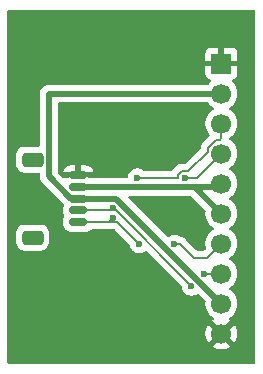
<source format=gtl>
G04 #@! TF.GenerationSoftware,KiCad,Pcbnew,9.0.3*
G04 #@! TF.CreationDate,2025-08-26T18:11:45-07:00*
G04 #@! TF.ProjectId,battery_connector,62617474-6572-4795-9f63-6f6e6e656374,V1*
G04 #@! TF.SameCoordinates,Original*
G04 #@! TF.FileFunction,Copper,L1,Top*
G04 #@! TF.FilePolarity,Positive*
%FSLAX45Y45*%
G04 Gerber Fmt 4.5, Leading zero omitted, Abs format (unit mm)*
G04 Created by KiCad (PCBNEW 9.0.3) date 2025-08-26 18:11:45*
%MOMM*%
%LPD*%
G01*
G04 APERTURE LIST*
G04 Aperture macros list*
%AMRoundRect*
0 Rectangle with rounded corners*
0 $1 Rounding radius*
0 $2 $3 $4 $5 $6 $7 $8 $9 X,Y pos of 4 corners*
0 Add a 4 corners polygon primitive as box body*
4,1,4,$2,$3,$4,$5,$6,$7,$8,$9,$2,$3,0*
0 Add four circle primitives for the rounded corners*
1,1,$1+$1,$2,$3*
1,1,$1+$1,$4,$5*
1,1,$1+$1,$6,$7*
1,1,$1+$1,$8,$9*
0 Add four rect primitives between the rounded corners*
20,1,$1+$1,$2,$3,$4,$5,0*
20,1,$1+$1,$4,$5,$6,$7,0*
20,1,$1+$1,$6,$7,$8,$9,0*
20,1,$1+$1,$8,$9,$2,$3,0*%
G04 Aperture macros list end*
G04 #@! TA.AperFunction,SMDPad,CuDef*
%ADD10RoundRect,0.150000X-0.625000X0.150000X-0.625000X-0.150000X0.625000X-0.150000X0.625000X0.150000X0*%
G04 #@! TD*
G04 #@! TA.AperFunction,SMDPad,CuDef*
%ADD11RoundRect,0.250000X-0.650000X0.350000X-0.650000X-0.350000X0.650000X-0.350000X0.650000X0.350000X0*%
G04 #@! TD*
G04 #@! TA.AperFunction,ComponentPad*
%ADD12R,1.700000X1.700000*%
G04 #@! TD*
G04 #@! TA.AperFunction,ComponentPad*
%ADD13C,1.700000*%
G04 #@! TD*
G04 #@! TA.AperFunction,ViaPad*
%ADD14C,0.600000*%
G04 #@! TD*
G04 #@! TA.AperFunction,Conductor*
%ADD15C,0.200000*%
G04 #@! TD*
G04 #@! TA.AperFunction,Conductor*
%ADD16C,0.500000*%
G04 #@! TD*
G04 APERTURE END LIST*
D10*
X2150000Y-3700000D03*
X2150000Y-3800000D03*
X2150000Y-3900000D03*
X2150000Y-4000000D03*
X2150000Y-4100000D03*
D11*
X1762500Y-3570000D03*
X1762500Y-4230000D03*
D12*
X3361500Y-2757000D03*
D13*
X3361500Y-3011000D03*
X3361500Y-3265000D03*
X3361500Y-3519000D03*
X3361500Y-3773000D03*
X3361500Y-4027000D03*
X3361500Y-4281000D03*
X3361500Y-4535000D03*
X3361500Y-4789000D03*
X3361500Y-5043000D03*
D14*
X2964283Y-4285717D03*
X3050000Y-3725000D03*
X2665790Y-4284210D03*
X2446361Y-4064780D03*
X2445555Y-3979121D03*
X3108217Y-4641783D03*
X3214283Y-4535717D03*
X2650000Y-3725000D03*
X3050000Y-4100000D03*
X2750000Y-3350000D03*
D15*
X3155500Y-3725000D02*
X3361500Y-3519000D01*
X3242500Y-4400000D02*
X3361500Y-4281000D01*
X2481581Y-4100000D02*
X2665790Y-4284210D01*
X2964283Y-4285717D02*
X3014283Y-4285717D01*
X3128566Y-4400000D02*
X3242500Y-4400000D01*
X2411142Y-4100000D02*
X2446361Y-4064780D01*
X2150000Y-4100000D02*
X2411142Y-4100000D01*
X3014283Y-4285717D02*
X3128566Y-4400000D01*
X2150000Y-4100000D02*
X2481581Y-4100000D01*
X3050000Y-3725000D02*
X3155500Y-3725000D01*
X2650000Y-3725000D02*
X2989900Y-3725000D01*
X3360783Y-4535717D02*
X3361500Y-4535000D01*
X2424677Y-4000000D02*
X2445555Y-3979121D01*
X3025106Y-3664900D02*
X3074894Y-3664900D01*
X3346100Y-3403900D02*
X3361500Y-3388500D01*
X3246400Y-3471324D02*
X3313824Y-3403900D01*
X3246400Y-3503600D02*
X3246400Y-3471324D01*
X3079997Y-3670003D02*
X3246400Y-3503600D01*
X3074894Y-3664900D02*
X3079997Y-3670003D01*
X2150000Y-4000000D02*
X2466434Y-4000000D01*
X3313824Y-3403900D02*
X3346100Y-3403900D01*
X2989900Y-3700106D02*
X3025106Y-3664900D01*
X2150000Y-4000000D02*
X2424677Y-4000000D01*
X3214283Y-4535717D02*
X3360783Y-4535717D01*
X2466434Y-4000000D02*
X3108217Y-4641783D01*
X2989900Y-3725000D02*
X2989900Y-3700106D01*
X3361500Y-3388500D02*
X3361500Y-3265000D01*
D16*
X3134500Y-3800000D02*
X3361500Y-4027000D01*
X3334500Y-3800000D02*
X3361500Y-3773000D01*
X2150000Y-3800000D02*
X3334500Y-3800000D01*
X2150000Y-3800000D02*
X3134500Y-3800000D01*
X1900000Y-3712910D02*
X1900000Y-3011000D01*
X2087090Y-3900000D02*
X1900000Y-3712910D01*
X1900000Y-3011000D02*
X3361500Y-3011000D01*
X2472500Y-3900000D02*
X3361500Y-4789000D01*
X2150000Y-3900000D02*
X2087090Y-3900000D01*
X2150000Y-3900000D02*
X2472500Y-3900000D01*
D15*
X2150000Y-3700000D02*
X2100000Y-3700000D01*
G04 #@! TA.AperFunction,Conductor*
G36*
X3104981Y-3877018D02*
G01*
X3107045Y-3878682D01*
X3224482Y-3996119D01*
X3227831Y-4002251D01*
X3227962Y-4006827D01*
X3226450Y-4016371D01*
X3226450Y-4016371D01*
X3226450Y-4037629D01*
X3229775Y-4058624D01*
X3236211Y-4078430D01*
X3236344Y-4078841D01*
X3245995Y-4097782D01*
X3258489Y-4114979D01*
X3273521Y-4130011D01*
X3290718Y-4142505D01*
X3291595Y-4142952D01*
X3296674Y-4147749D01*
X3298354Y-4154531D01*
X3296100Y-4161145D01*
X3291595Y-4165048D01*
X3290718Y-4165495D01*
X3273521Y-4177989D01*
X3258489Y-4193021D01*
X3245995Y-4210218D01*
X3236344Y-4229159D01*
X3229775Y-4249376D01*
X3226450Y-4270371D01*
X3226450Y-4291629D01*
X3229775Y-4312624D01*
X3229775Y-4312625D01*
X3231149Y-4316852D01*
X3231192Y-4318373D01*
X3231724Y-4319799D01*
X3231290Y-4321795D01*
X3231349Y-4323836D01*
X3230540Y-4325245D01*
X3230239Y-4326627D01*
X3228124Y-4329452D01*
X3221258Y-4336318D01*
X3215126Y-4339667D01*
X3212490Y-4339950D01*
X3158576Y-4339950D01*
X3151872Y-4337982D01*
X3149808Y-4336318D01*
X3063042Y-4249552D01*
X3063042Y-4249552D01*
X3051155Y-4237665D01*
X3051155Y-4237665D01*
X3042473Y-4232653D01*
X3042473Y-4232653D01*
X3042473Y-4232653D01*
X3037462Y-4229759D01*
X3035220Y-4229159D01*
X3022188Y-4225667D01*
X3021383Y-4225561D01*
X3021402Y-4225415D01*
X3015556Y-4223698D01*
X3015370Y-4223577D01*
X3002202Y-4214778D01*
X3002200Y-4214777D01*
X2987633Y-4208743D01*
X2987632Y-4208743D01*
X2972168Y-4205667D01*
X2972167Y-4205667D01*
X2956399Y-4205667D01*
X2956399Y-4205667D01*
X2940934Y-4208743D01*
X2940933Y-4208743D01*
X2926366Y-4214777D01*
X2926365Y-4214778D01*
X2915074Y-4222322D01*
X2908406Y-4224410D01*
X2901668Y-4222561D01*
X2899417Y-4220780D01*
X2574855Y-3896218D01*
X2571506Y-3890086D01*
X2572005Y-3883117D01*
X2576192Y-3877523D01*
X2582738Y-3875082D01*
X2583623Y-3875050D01*
X3098277Y-3875050D01*
X3104981Y-3877018D01*
G37*
G04 #@! TD.AperFunction*
G04 #@! TA.AperFunction,Conductor*
G36*
X3243303Y-3086204D02*
G01*
X3243839Y-3086095D01*
X3246620Y-3087178D01*
X3249482Y-3088018D01*
X3249975Y-3088484D01*
X3250350Y-3088630D01*
X3252810Y-3091161D01*
X3258489Y-3098979D01*
X3273521Y-3114011D01*
X3290718Y-3126505D01*
X3291595Y-3126952D01*
X3296674Y-3131749D01*
X3298354Y-3138531D01*
X3296100Y-3145145D01*
X3291595Y-3149048D01*
X3290718Y-3149495D01*
X3273521Y-3161989D01*
X3258489Y-3177021D01*
X3245995Y-3194218D01*
X3236344Y-3213158D01*
X3229775Y-3233376D01*
X3226450Y-3254371D01*
X3226450Y-3275629D01*
X3229775Y-3296624D01*
X3236344Y-3316841D01*
X3245995Y-3335782D01*
X3258489Y-3352979D01*
X3260387Y-3354877D01*
X3263736Y-3361009D01*
X3263237Y-3367978D01*
X3260387Y-3372413D01*
X3198348Y-3434452D01*
X3198348Y-3434452D01*
X3194403Y-3441286D01*
X3190442Y-3448145D01*
X3186350Y-3463418D01*
X3186350Y-3463418D01*
X3186350Y-3473590D01*
X3184381Y-3480294D01*
X3182718Y-3482358D01*
X3063858Y-3601218D01*
X3061166Y-3602688D01*
X3058584Y-3604348D01*
X3057964Y-3604437D01*
X3057726Y-3604567D01*
X3055090Y-3604850D01*
X3033773Y-3604850D01*
X3033771Y-3604850D01*
X3033011Y-3604850D01*
X3017200Y-3604850D01*
X3003179Y-3608607D01*
X3001927Y-3608942D01*
X2988234Y-3616848D01*
X2988234Y-3616848D01*
X2943764Y-3661318D01*
X2937632Y-3664667D01*
X2934996Y-3664950D01*
X2707977Y-3664950D01*
X2701273Y-3662981D01*
X2701088Y-3662860D01*
X2687919Y-3654061D01*
X2687917Y-3654060D01*
X2673350Y-3648026D01*
X2673349Y-3648026D01*
X2657885Y-3644950D01*
X2657884Y-3644950D01*
X2642116Y-3644950D01*
X2642116Y-3644950D01*
X2626651Y-3648026D01*
X2626650Y-3648026D01*
X2612083Y-3654060D01*
X2612081Y-3654061D01*
X2598971Y-3662821D01*
X2598971Y-3662821D01*
X2587821Y-3673971D01*
X2587821Y-3673971D01*
X2579061Y-3687081D01*
X2579060Y-3687083D01*
X2573026Y-3701650D01*
X2573026Y-3701651D01*
X2570377Y-3714969D01*
X2567138Y-3721160D01*
X2561067Y-3724618D01*
X2558215Y-3724950D01*
X2240733Y-3724950D01*
X2237273Y-3724458D01*
X2222757Y-3720240D01*
X2222757Y-3720240D01*
X2219070Y-3719950D01*
X2219069Y-3719950D01*
X2080931Y-3719950D01*
X2080930Y-3719950D01*
X2077243Y-3720240D01*
X2077243Y-3720240D01*
X2062554Y-3724508D01*
X2059095Y-3725000D01*
X2023363Y-3725000D01*
X2016659Y-3723031D01*
X2014595Y-3721368D01*
X1981429Y-3688202D01*
X1978682Y-3685455D01*
X1975333Y-3679323D01*
X1975050Y-3676687D01*
X1975050Y-3675000D01*
X2022770Y-3675000D01*
X2022770Y-3675000D01*
X2125000Y-3675000D01*
X2175000Y-3675000D01*
X2277230Y-3675000D01*
X2277230Y-3675000D01*
X2277210Y-3674751D01*
X2272628Y-3658980D01*
X2264269Y-3644845D01*
X2264268Y-3644844D01*
X2252656Y-3633232D01*
X2252655Y-3633231D01*
X2238520Y-3624872D01*
X2238519Y-3624872D01*
X2222750Y-3620290D01*
X2222749Y-3620290D01*
X2219065Y-3620000D01*
X2175000Y-3620000D01*
X2175000Y-3675000D01*
X2125000Y-3675000D01*
X2125000Y-3620000D01*
X2080935Y-3620000D01*
X2077251Y-3620290D01*
X2077250Y-3620290D01*
X2061481Y-3624872D01*
X2061480Y-3624872D01*
X2047345Y-3633231D01*
X2047344Y-3633232D01*
X2035732Y-3644844D01*
X2035731Y-3644845D01*
X2027372Y-3658980D01*
X2022790Y-3674751D01*
X2022770Y-3675000D01*
X1975050Y-3675000D01*
X1975050Y-3098450D01*
X1977018Y-3091746D01*
X1982299Y-3087171D01*
X1987450Y-3086050D01*
X3242778Y-3086050D01*
X3243303Y-3086204D01*
G37*
G04 #@! TD.AperFunction*
G04 #@! TA.AperFunction,Conductor*
G36*
X3644254Y-2302019D02*
G01*
X3648829Y-2307299D01*
X3649950Y-2312450D01*
X3649950Y-5287550D01*
X3647981Y-5294254D01*
X3642701Y-5298829D01*
X3637550Y-5299950D01*
X1562450Y-5299950D01*
X1555746Y-5297982D01*
X1551171Y-5292701D01*
X1550050Y-5287550D01*
X1550050Y-4189998D01*
X1622450Y-4189998D01*
X1622450Y-4270000D01*
X1622450Y-4270002D01*
X1623500Y-4280280D01*
X1623500Y-4280280D01*
X1627261Y-4291629D01*
X1629019Y-4296933D01*
X1638229Y-4311866D01*
X1650634Y-4324271D01*
X1665567Y-4333481D01*
X1682220Y-4339000D01*
X1692499Y-4340050D01*
X1832501Y-4340050D01*
X1842780Y-4339000D01*
X1859433Y-4333481D01*
X1874366Y-4324271D01*
X1886771Y-4311866D01*
X1895981Y-4296933D01*
X1901500Y-4280280D01*
X1902550Y-4270001D01*
X1902550Y-4189999D01*
X1901500Y-4179720D01*
X1895981Y-4163067D01*
X1886771Y-4148134D01*
X1874366Y-4135729D01*
X1859433Y-4126519D01*
X1842780Y-4121000D01*
X1842779Y-4121000D01*
X1832501Y-4119950D01*
X1692500Y-4119950D01*
X1692498Y-4119950D01*
X1682220Y-4121000D01*
X1682220Y-4121000D01*
X1665567Y-4126518D01*
X1665566Y-4126519D01*
X1650634Y-4135729D01*
X1638229Y-4148134D01*
X1629019Y-4163066D01*
X1629018Y-4163067D01*
X1626235Y-4171467D01*
X1623500Y-4179720D01*
X1623500Y-4179720D01*
X1623500Y-4179720D01*
X1622450Y-4189998D01*
X1550050Y-4189998D01*
X1550050Y-3529998D01*
X1622450Y-3529998D01*
X1622450Y-3610000D01*
X1622450Y-3610002D01*
X1623500Y-3620280D01*
X1623500Y-3620280D01*
X1625022Y-3624872D01*
X1629019Y-3636933D01*
X1638229Y-3651866D01*
X1650634Y-3664271D01*
X1665567Y-3673481D01*
X1682220Y-3679000D01*
X1692499Y-3680050D01*
X1812550Y-3680050D01*
X1819254Y-3682018D01*
X1823829Y-3687299D01*
X1824950Y-3692450D01*
X1824950Y-3720302D01*
X1824950Y-3720302D01*
X1824950Y-3720302D01*
X1827834Y-3734801D01*
X1827834Y-3734802D01*
X1830557Y-3741376D01*
X1833492Y-3748459D01*
X1835146Y-3750936D01*
X1835963Y-3752158D01*
X1841705Y-3760752D01*
X1841705Y-3760752D01*
X2025202Y-3944249D01*
X2028551Y-3950381D01*
X2028052Y-3957350D01*
X2027627Y-3958241D01*
X2027635Y-3958245D01*
X2027325Y-3958961D01*
X2022740Y-3974743D01*
X2022740Y-3974743D01*
X2022450Y-3978430D01*
X2022450Y-4021570D01*
X2022740Y-4025257D01*
X2022740Y-4025257D01*
X2027325Y-4041039D01*
X2028892Y-4043688D01*
X2030610Y-4050461D01*
X2028892Y-4056312D01*
X2027325Y-4058961D01*
X2022740Y-4074743D01*
X2022740Y-4074743D01*
X2022450Y-4078430D01*
X2022450Y-4121570D01*
X2022740Y-4125257D01*
X2022740Y-4125257D01*
X2027325Y-4141039D01*
X2027325Y-4141040D01*
X2035692Y-4155186D01*
X2035692Y-4155187D01*
X2047313Y-4166808D01*
X2047313Y-4166808D01*
X2047313Y-4166808D01*
X2061460Y-4175174D01*
X2065622Y-4176384D01*
X2077243Y-4179760D01*
X2077243Y-4179760D01*
X2077243Y-4179760D01*
X2080931Y-4180050D01*
X2080931Y-4180050D01*
X2219069Y-4180050D01*
X2219069Y-4180050D01*
X2222757Y-4179760D01*
X2222757Y-4179760D01*
X2222757Y-4179760D01*
X2228850Y-4177990D01*
X2238540Y-4175174D01*
X2252687Y-4166808D01*
X2255813Y-4163682D01*
X2261945Y-4160333D01*
X2264581Y-4160050D01*
X2403236Y-4160050D01*
X2403236Y-4160050D01*
X2419047Y-4160050D01*
X2419048Y-4160050D01*
X2451571Y-4160050D01*
X2458275Y-4162018D01*
X2460339Y-4163682D01*
X2582333Y-4285676D01*
X2585681Y-4291808D01*
X2585727Y-4292025D01*
X2588817Y-4307559D01*
X2588817Y-4307560D01*
X2594851Y-4322127D01*
X2594851Y-4322128D01*
X2603611Y-4335238D01*
X2603612Y-4335239D01*
X2614761Y-4346388D01*
X2614762Y-4346389D01*
X2627872Y-4355149D01*
X2627873Y-4355149D01*
X2642440Y-4361183D01*
X2642441Y-4361183D01*
X2657906Y-4364260D01*
X2657906Y-4364260D01*
X2657906Y-4364260D01*
X2673675Y-4364260D01*
X2673675Y-4364260D01*
X2689140Y-4361183D01*
X2703708Y-4355149D01*
X2715000Y-4347604D01*
X2721667Y-4345517D01*
X2728405Y-4347365D01*
X2730657Y-4349147D01*
X3024759Y-4643249D01*
X3028108Y-4649381D01*
X3028153Y-4649598D01*
X3031243Y-4665132D01*
X3031243Y-4665133D01*
X3037277Y-4679700D01*
X3037278Y-4679702D01*
X3046038Y-4692812D01*
X3046038Y-4692812D01*
X3057188Y-4703962D01*
X3057188Y-4703962D01*
X3070298Y-4712722D01*
X3070300Y-4712723D01*
X3083567Y-4718218D01*
X3084867Y-4718757D01*
X3100332Y-4721833D01*
X3100332Y-4721833D01*
X3100333Y-4721833D01*
X3116101Y-4721833D01*
X3116101Y-4721833D01*
X3131567Y-4718757D01*
X3146135Y-4712723D01*
X3157426Y-4705178D01*
X3164094Y-4703090D01*
X3170832Y-4704939D01*
X3173083Y-4706720D01*
X3224482Y-4758119D01*
X3227831Y-4764251D01*
X3227962Y-4768827D01*
X3226450Y-4778371D01*
X3226450Y-4799629D01*
X3229775Y-4820624D01*
X3236344Y-4840841D01*
X3245995Y-4859782D01*
X3258489Y-4876979D01*
X3273521Y-4892011D01*
X3290718Y-4904505D01*
X3290718Y-4904505D01*
X3290718Y-4904505D01*
X3291649Y-4904979D01*
X3296729Y-4909777D01*
X3298409Y-4916559D01*
X3296155Y-4923172D01*
X3291650Y-4927076D01*
X3290745Y-4927538D01*
X3290744Y-4927538D01*
X3285328Y-4931473D01*
X3285328Y-4931473D01*
X3348559Y-4994704D01*
X3342201Y-4996408D01*
X3330799Y-5002990D01*
X3321490Y-5012299D01*
X3314907Y-5023701D01*
X3313204Y-5030059D01*
X3249973Y-4966828D01*
X3249973Y-4966828D01*
X3246038Y-4972244D01*
X3236390Y-4991178D01*
X3229824Y-5011387D01*
X3229824Y-5011387D01*
X3226500Y-5032375D01*
X3226500Y-5053625D01*
X3229824Y-5074613D01*
X3229824Y-5074613D01*
X3236390Y-5094822D01*
X3246037Y-5113755D01*
X3249973Y-5119172D01*
X3313204Y-5055941D01*
X3314907Y-5062299D01*
X3321490Y-5073701D01*
X3330799Y-5083010D01*
X3342201Y-5089593D01*
X3348559Y-5091296D01*
X3285328Y-5154527D01*
X3285328Y-5154527D01*
X3290745Y-5158462D01*
X3309678Y-5168110D01*
X3329887Y-5174676D01*
X3350875Y-5178000D01*
X3372125Y-5178000D01*
X3393113Y-5174676D01*
X3393113Y-5174676D01*
X3413322Y-5168110D01*
X3432255Y-5158462D01*
X3437672Y-5154527D01*
X3437672Y-5154527D01*
X3374441Y-5091296D01*
X3380799Y-5089593D01*
X3392201Y-5083010D01*
X3401510Y-5073701D01*
X3408092Y-5062299D01*
X3409796Y-5055941D01*
X3473027Y-5119172D01*
X3473027Y-5119172D01*
X3476962Y-5113755D01*
X3486609Y-5094822D01*
X3493176Y-5074613D01*
X3493176Y-5074613D01*
X3496500Y-5053625D01*
X3496500Y-5032375D01*
X3493176Y-5011387D01*
X3493176Y-5011387D01*
X3486609Y-4991178D01*
X3476962Y-4972245D01*
X3473027Y-4966828D01*
X3473027Y-4966828D01*
X3409796Y-5030059D01*
X3408092Y-5023701D01*
X3401510Y-5012299D01*
X3392201Y-5002990D01*
X3380799Y-4996408D01*
X3374441Y-4994704D01*
X3437672Y-4931473D01*
X3432255Y-4927537D01*
X3432255Y-4927537D01*
X3431350Y-4927076D01*
X3426271Y-4922279D01*
X3424591Y-4915497D01*
X3426845Y-4908883D01*
X3431351Y-4904979D01*
X3432282Y-4904505D01*
X3440201Y-4898752D01*
X3449479Y-4892011D01*
X3449479Y-4892011D01*
X3449479Y-4892010D01*
X3464510Y-4876979D01*
X3464511Y-4876979D01*
X3464511Y-4876979D01*
X3477005Y-4859782D01*
X3477005Y-4859782D01*
X3477005Y-4859782D01*
X3486656Y-4840841D01*
X3493225Y-4820624D01*
X3496550Y-4799629D01*
X3496550Y-4778371D01*
X3493225Y-4757376D01*
X3486656Y-4737159D01*
X3477005Y-4718218D01*
X3477005Y-4718218D01*
X3477005Y-4718218D01*
X3464511Y-4701021D01*
X3449479Y-4685989D01*
X3432282Y-4673495D01*
X3432211Y-4673459D01*
X3431405Y-4673049D01*
X3426326Y-4668251D01*
X3424646Y-4661469D01*
X3426900Y-4654856D01*
X3431405Y-4650952D01*
X3432282Y-4650505D01*
X3434479Y-4648909D01*
X3449479Y-4638011D01*
X3449479Y-4638011D01*
X3449479Y-4638010D01*
X3464510Y-4622979D01*
X3464511Y-4622979D01*
X3464511Y-4622979D01*
X3477005Y-4605782D01*
X3477005Y-4605782D01*
X3477005Y-4605782D01*
X3486656Y-4586841D01*
X3493225Y-4566624D01*
X3496550Y-4545629D01*
X3496550Y-4524371D01*
X3493225Y-4503376D01*
X3486656Y-4483159D01*
X3477005Y-4464218D01*
X3477005Y-4464218D01*
X3477005Y-4464218D01*
X3464511Y-4447021D01*
X3449479Y-4431989D01*
X3432282Y-4419495D01*
X3432211Y-4419459D01*
X3431405Y-4419049D01*
X3426326Y-4414251D01*
X3424646Y-4407469D01*
X3426900Y-4400856D01*
X3431405Y-4396952D01*
X3432282Y-4396505D01*
X3434479Y-4394909D01*
X3449479Y-4384011D01*
X3449479Y-4384011D01*
X3449479Y-4384010D01*
X3464510Y-4368979D01*
X3464511Y-4368979D01*
X3464511Y-4368979D01*
X3477005Y-4351782D01*
X3477005Y-4351782D01*
X3477005Y-4351782D01*
X3486656Y-4332841D01*
X3493225Y-4312624D01*
X3496550Y-4291629D01*
X3496550Y-4270371D01*
X3493225Y-4249376D01*
X3486656Y-4229159D01*
X3477005Y-4210218D01*
X3477005Y-4210218D01*
X3477005Y-4210218D01*
X3464511Y-4193021D01*
X3449479Y-4177989D01*
X3432282Y-4165495D01*
X3432211Y-4165459D01*
X3431405Y-4165048D01*
X3426326Y-4160251D01*
X3424646Y-4153469D01*
X3426900Y-4146856D01*
X3431405Y-4142951D01*
X3432282Y-4142505D01*
X3441608Y-4135729D01*
X3449479Y-4130011D01*
X3449479Y-4130011D01*
X3449479Y-4130010D01*
X3464510Y-4114979D01*
X3464511Y-4114979D01*
X3464511Y-4114979D01*
X3477005Y-4097782D01*
X3477005Y-4097782D01*
X3477005Y-4097782D01*
X3486656Y-4078841D01*
X3493225Y-4058624D01*
X3496550Y-4037629D01*
X3496550Y-4016371D01*
X3493225Y-3995376D01*
X3486656Y-3975159D01*
X3477005Y-3956218D01*
X3477005Y-3956218D01*
X3477005Y-3956218D01*
X3464511Y-3939021D01*
X3449479Y-3923989D01*
X3432282Y-3911495D01*
X3432211Y-3911459D01*
X3431405Y-3911048D01*
X3426326Y-3906251D01*
X3424646Y-3899469D01*
X3426900Y-3892856D01*
X3431405Y-3888951D01*
X3432282Y-3888505D01*
X3448092Y-3877018D01*
X3449479Y-3876011D01*
X3449479Y-3876011D01*
X3449479Y-3876010D01*
X3464510Y-3860979D01*
X3464511Y-3860979D01*
X3464511Y-3860979D01*
X3477005Y-3843782D01*
X3477005Y-3843782D01*
X3477005Y-3843782D01*
X3486656Y-3824841D01*
X3493225Y-3804624D01*
X3496550Y-3783629D01*
X3496550Y-3762371D01*
X3493225Y-3741376D01*
X3486656Y-3721159D01*
X3477005Y-3702218D01*
X3477005Y-3702218D01*
X3477005Y-3702218D01*
X3464511Y-3685021D01*
X3449479Y-3669989D01*
X3432282Y-3657495D01*
X3432211Y-3657459D01*
X3431405Y-3657048D01*
X3426326Y-3652251D01*
X3424646Y-3645469D01*
X3426900Y-3638856D01*
X3431405Y-3634951D01*
X3432282Y-3634505D01*
X3434479Y-3632909D01*
X3449479Y-3622011D01*
X3449479Y-3622011D01*
X3449479Y-3622010D01*
X3464510Y-3606979D01*
X3464511Y-3606979D01*
X3464511Y-3606979D01*
X3477005Y-3589782D01*
X3477005Y-3589782D01*
X3477005Y-3589782D01*
X3486656Y-3570841D01*
X3493225Y-3550624D01*
X3496550Y-3529629D01*
X3496550Y-3508371D01*
X3493225Y-3487376D01*
X3486656Y-3467159D01*
X3477005Y-3448218D01*
X3477005Y-3448218D01*
X3477005Y-3448218D01*
X3464511Y-3431021D01*
X3449479Y-3415989D01*
X3432281Y-3403495D01*
X3432281Y-3403495D01*
X3431405Y-3403048D01*
X3426326Y-3398250D01*
X3424646Y-3391468D01*
X3426900Y-3384855D01*
X3431406Y-3380951D01*
X3432282Y-3380505D01*
X3449479Y-3368010D01*
X3464510Y-3352979D01*
X3464511Y-3352979D01*
X3464511Y-3352979D01*
X3477005Y-3335782D01*
X3477005Y-3335782D01*
X3477005Y-3335782D01*
X3486656Y-3316841D01*
X3493225Y-3296624D01*
X3496550Y-3275629D01*
X3496550Y-3254371D01*
X3493225Y-3233376D01*
X3486656Y-3213159D01*
X3477005Y-3194218D01*
X3477005Y-3194218D01*
X3477005Y-3194218D01*
X3464511Y-3177021D01*
X3449479Y-3161989D01*
X3432282Y-3149495D01*
X3432211Y-3149459D01*
X3431405Y-3149048D01*
X3426326Y-3144251D01*
X3424646Y-3137469D01*
X3426900Y-3130856D01*
X3431405Y-3126951D01*
X3432282Y-3126505D01*
X3434479Y-3124909D01*
X3449479Y-3114011D01*
X3449479Y-3114011D01*
X3449479Y-3114010D01*
X3464510Y-3098979D01*
X3464511Y-3098979D01*
X3464511Y-3098979D01*
X3477005Y-3081782D01*
X3477005Y-3081782D01*
X3477005Y-3081782D01*
X3486656Y-3062841D01*
X3493225Y-3042624D01*
X3496550Y-3021629D01*
X3496550Y-3000371D01*
X3493225Y-2979376D01*
X3486656Y-2959159D01*
X3477005Y-2940218D01*
X3477005Y-2940218D01*
X3477005Y-2940218D01*
X3464511Y-2923021D01*
X3453118Y-2911628D01*
X3449770Y-2905496D01*
X3450268Y-2898527D01*
X3454455Y-2892934D01*
X3457553Y-2891242D01*
X3470709Y-2886335D01*
X3470709Y-2886335D01*
X3482219Y-2877719D01*
X3482219Y-2877719D01*
X3490835Y-2866209D01*
X3490835Y-2866209D01*
X3495860Y-2852738D01*
X3495860Y-2852737D01*
X3496500Y-2846784D01*
X3496500Y-2846783D01*
X3496500Y-2782000D01*
X3404801Y-2782000D01*
X3408092Y-2776299D01*
X3411500Y-2763583D01*
X3411500Y-2750417D01*
X3408092Y-2737701D01*
X3404801Y-2732000D01*
X3496500Y-2732000D01*
X3496500Y-2667217D01*
X3496500Y-2667216D01*
X3495860Y-2661263D01*
X3495860Y-2661262D01*
X3490835Y-2647791D01*
X3490835Y-2647791D01*
X3482219Y-2636281D01*
X3482219Y-2636281D01*
X3470709Y-2627665D01*
X3470709Y-2627665D01*
X3457238Y-2622640D01*
X3457237Y-2622640D01*
X3451284Y-2622000D01*
X3386500Y-2622000D01*
X3386500Y-2713699D01*
X3380799Y-2710408D01*
X3368083Y-2707000D01*
X3354917Y-2707000D01*
X3342201Y-2710408D01*
X3336500Y-2713699D01*
X3336500Y-2622000D01*
X3271715Y-2622000D01*
X3265763Y-2622640D01*
X3265762Y-2622640D01*
X3252291Y-2627665D01*
X3252291Y-2627665D01*
X3240781Y-2636281D01*
X3240781Y-2636281D01*
X3232165Y-2647791D01*
X3232164Y-2647791D01*
X3227140Y-2661262D01*
X3227140Y-2661263D01*
X3226500Y-2667216D01*
X3226500Y-2732000D01*
X3318199Y-2732000D01*
X3314907Y-2737701D01*
X3311500Y-2750417D01*
X3311500Y-2763583D01*
X3314907Y-2776299D01*
X3318199Y-2782000D01*
X3226500Y-2782000D01*
X3226500Y-2846784D01*
X3227140Y-2852737D01*
X3227140Y-2852738D01*
X3232164Y-2866209D01*
X3232165Y-2866209D01*
X3240781Y-2877719D01*
X3240781Y-2877719D01*
X3252291Y-2886335D01*
X3252291Y-2886335D01*
X3265447Y-2891242D01*
X3271040Y-2895429D01*
X3273482Y-2901976D01*
X3271997Y-2908803D01*
X3269882Y-2911628D01*
X3258489Y-2923021D01*
X3252810Y-2930838D01*
X3247277Y-2935105D01*
X3242778Y-2935950D01*
X1892608Y-2935950D01*
X1878109Y-2938834D01*
X1878108Y-2938834D01*
X1864451Y-2944491D01*
X1864450Y-2944492D01*
X1852158Y-2952705D01*
X1852158Y-2952705D01*
X1841705Y-2963158D01*
X1841705Y-2963158D01*
X1833492Y-2975450D01*
X1833491Y-2975451D01*
X1827834Y-2989108D01*
X1827834Y-2989109D01*
X1824950Y-3003608D01*
X1824950Y-3447550D01*
X1822981Y-3454254D01*
X1817701Y-3458829D01*
X1812550Y-3459950D01*
X1692500Y-3459950D01*
X1692498Y-3459950D01*
X1682220Y-3461000D01*
X1682220Y-3461000D01*
X1665567Y-3466518D01*
X1665566Y-3466519D01*
X1650634Y-3475729D01*
X1638229Y-3488134D01*
X1629019Y-3503066D01*
X1629019Y-3503067D01*
X1623500Y-3519720D01*
X1623500Y-3519720D01*
X1623500Y-3519720D01*
X1622450Y-3529998D01*
X1550050Y-3529998D01*
X1550050Y-2312450D01*
X1552018Y-2305746D01*
X1557299Y-2301171D01*
X1562450Y-2300050D01*
X3637550Y-2300050D01*
X3644254Y-2302019D01*
G37*
G04 #@! TD.AperFunction*
M02*

</source>
